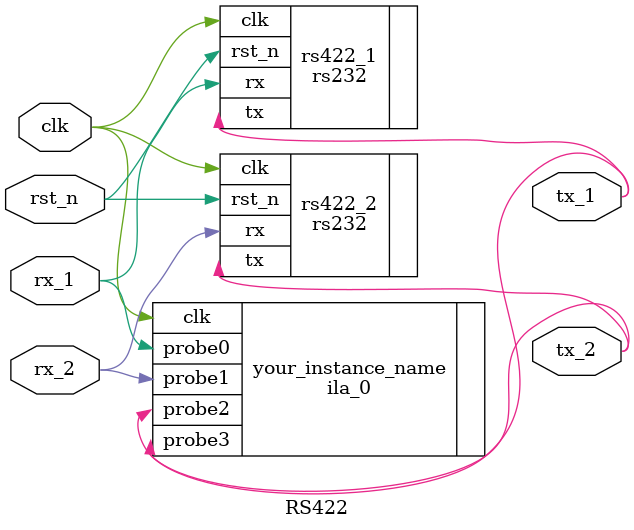
<source format=v>
`timescale 1ns / 1ps

module RS422(
    input wire clk,
    input wire rst_n,
    input wire rx_1,
    input wire rx_2,
    output wire tx_1,
    output wire tx_2
    );
    
 rs232 rs422_1(
    .clk(clk),
    .rst_n(rst_n),
    .rx(rx_1),
    .tx(tx_1)
    );   
 
  rs232 rs422_2(
    .clk(clk),
    .rst_n(rst_n),
    .rx(rx_2),
    .tx(tx_2)
    );   
 ila_0 your_instance_name (
	.clk(clk), // input wire clk
	.probe0(rx_1), // input wire [0:0]  probe0  
	.probe1(rx_2), // input wire [0:0]  probe1 
	.probe2(tx_1), // input wire [0:0]  probe2 
	.probe3(tx_2) // input wire [0:0]  probe3
);

endmodule

</source>
